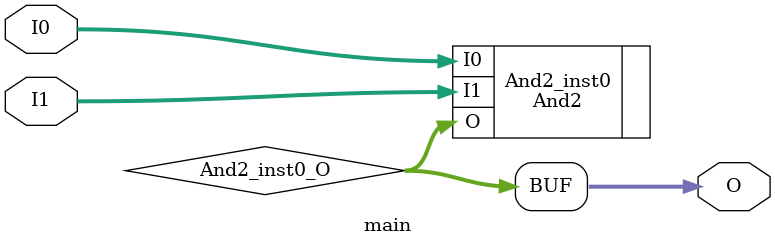
<source format=v>
module main (input [1:0] I0, input [1:0] I1, output [1:0] O);
wire [1:0] And2_inst0_O;
And2 And2_inst0 (.I0(I0), .I1(I1), .O(And2_inst0_O));
assign O = And2_inst0_O;
endmodule


</source>
